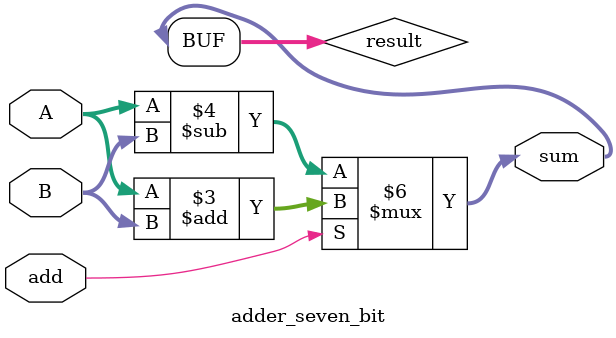
<source format=v>
`timescale 1ns / 1ns

/* Represents a seven_bit unsigned adder-subtractor.
    This module performs the following arithmetic and returns in Sum:
      A + B, if Add = 1.
      A - B, if Add = 0.

      TODO: Carryout C_Out if needed.
 */
module adder_seven_bit(
  output [6:0] sum,
  input  [6:0] A,
  input  [6:0] B,
  input        add);

  reg [6:0] result;
  // convenient constants
  localparam ADD_ENABLE = 1'b1;
  /* check which operation we need to do, and proceed accordingly.
  */
  always@(*)
  begin: operation_check
    if(add == ADD_ENABLE) // add only if ADD_ENABLE is logic-1.
      result <= A+B; // A+B
    else
      result <= A-B; // A-B
  end // operation_check

  // output
  assign sum = result;
endmodule

</source>
